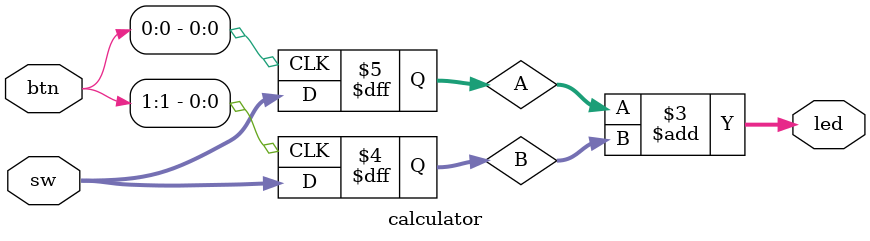
<source format=v>
`timescale 1ns / 1ps

module calculator(
    input[15:0] sw,
    input[3:0] btn,
    output [15:0] led
);

reg [15:0] A;
reg [15:0] B;

    always @(posedge btn[0]) begin  // Value for A
       A = sw[15:0];
    end
    
    always @(posedge btn[1]) begin  // Value for B
       B = sw[15:0];
    end
    
    assign led[15:0] = A + B;       // Value of A + B

endmodule

</source>
